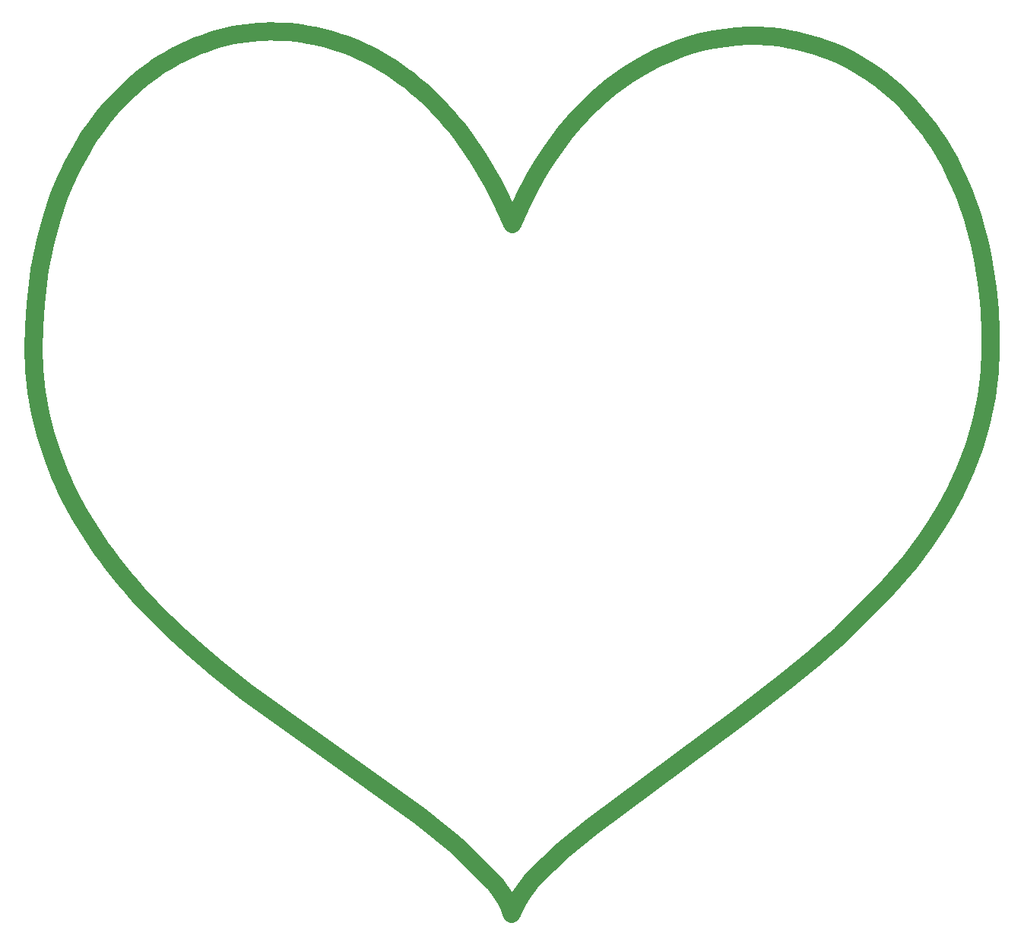
<source format=gm1>
G04*
G04 #@! TF.GenerationSoftware,Altium Limited,Altium Designer,18.1.9 (240)*
G04*
G04 Layer_Color=1930808*
%FSLAX24Y24*%
%MOIN*%
G70*
G01*
G75*
%ADD31C,0.0787*%
D31*
X23219Y46338D02*
X23479Y46436D01*
X22962Y46233D02*
X23219Y46338D01*
X22710Y46120D02*
X22962Y46233D01*
X22461Y45999D02*
X22710Y46120D01*
X22217Y45871D02*
X22461Y45999D01*
X21977Y45736D02*
X22217Y45871D01*
X21741Y45594D02*
X21977Y45736D01*
X21509Y45445D02*
X21741Y45594D01*
X21281Y45290D02*
X21509Y45445D01*
X21058Y45128D02*
X21281Y45290D01*
X20839Y44960D02*
X21058Y45128D01*
X20625Y44786D02*
X20839Y44960D01*
X20211Y44421D02*
X20625Y44786D01*
X19816Y44035D02*
X20211Y44421D01*
X19441Y43629D02*
X19816Y44035D01*
X19086Y43204D02*
X19441Y43629D01*
X18752Y42763D02*
X19086Y43204D01*
X18440Y42306D02*
X18752Y42763D01*
X18149Y41836D02*
X18440Y42306D01*
X17882Y41354D02*
X18149Y41836D01*
X17757Y41109D02*
X17882Y41354D01*
X17431Y40420D02*
X17757Y41109D01*
X17143Y39716D02*
X17431Y40420D01*
X16816Y38756D02*
X17143Y39716D01*
X16551Y37777D02*
X16816Y38756D01*
X16302Y36533D02*
X16551Y37777D01*
X16112Y35021D02*
X16302Y36533D01*
X16047Y34010D02*
X16112Y35021D01*
X16023Y33057D02*
X16047Y34010D01*
X16023Y33057D02*
X16065Y32106D01*
X16171Y31159D01*
X16340Y30221D01*
X16569Y29296D01*
X16857Y28388D01*
X17202Y27500D01*
X17296Y27282D01*
X17476Y26889D01*
X17666Y26502D01*
X17865Y26121D01*
X18074Y25746D01*
X18291Y25376D01*
X18517Y25013D01*
X18752Y24655D01*
X18994Y24302D01*
X19244Y23955D01*
X19502Y23613D01*
X19766Y23277D01*
X20037Y22945D01*
X20315Y22618D01*
X20598Y22296D01*
X21183Y21667D01*
X21788Y21056D01*
X22410Y20461D01*
X23049Y19884D01*
X24030Y19047D01*
X25369Y17980D01*
X32966Y12540D01*
X34492Y11332D01*
X36263Y9583D01*
X36655Y9019D01*
X36850Y8655D01*
X37008Y8268D01*
X37151Y8623D01*
X37393Y9067D01*
X37925Y9772D01*
X39307Y11083D01*
X40536Y12080D01*
X46880Y16813D01*
X48970Y18420D01*
X50195Y19422D01*
X50995Y20110D01*
X51389Y20462D01*
X53548Y22637D01*
X54452Y23698D01*
X55123Y24586D01*
X55591Y25277D01*
X56025Y25991D01*
X56293Y26481D01*
X56420Y26730D01*
X56896Y27742D01*
X57288Y28788D01*
X57596Y29862D01*
X57819Y30957D01*
X57957Y32067D01*
X58006Y32960D01*
Y33778D01*
X57956Y34747D02*
X58006Y33778D01*
X57861Y35716D02*
X57956Y34747D01*
X57772Y36361D02*
X57861Y35716D01*
X57660Y37002D02*
X57772Y36361D01*
X57526Y37638D02*
X57660Y37002D01*
X57367Y38268D02*
X57526Y37638D01*
X57183Y38891D02*
X57367Y38268D01*
X56974Y39504D02*
X57183Y38891D01*
X56859Y39807D02*
X56974Y39504D01*
X56738Y40107D02*
X56859Y39807D01*
X56609Y40404D02*
X56738Y40107D01*
X56474Y40698D02*
X56609Y40404D01*
X56331Y40989D02*
X56474Y40698D01*
X56181Y41276D02*
X56331Y40989D01*
X56024Y41559D02*
X56181Y41276D01*
X55859Y41838D02*
X56024Y41559D01*
X55687Y42114D02*
X55859Y41838D01*
X55507Y42385D02*
X55687Y42114D01*
X55319Y42652D02*
X55507Y42385D01*
X55008Y43065D02*
X55319Y42652D01*
X54675Y43463D02*
X55008Y43065D01*
X54323Y43843D02*
X54675Y43463D01*
X53952Y44206D02*
X54323Y43843D01*
X53563Y44549D02*
X53952Y44206D01*
X53157Y44872D02*
X53563Y44549D01*
X52735Y45173D02*
X53157Y44872D01*
X52298Y45452D02*
X52735Y45173D01*
X51847Y45707D02*
X52298Y45452D01*
X51384Y45937D02*
X51847Y45707D01*
X50908Y46140D02*
X51384Y45937D01*
X50666Y46232D02*
X50908Y46140D01*
X50422Y46317D02*
X50666Y46232D01*
X50175Y46395D02*
X50422Y46317D01*
X49925Y46465D02*
X50175Y46395D01*
X49674Y46529D02*
X49925Y46465D01*
X49420Y46584D02*
X49674Y46529D01*
X49165Y46632D02*
X49420Y46584D01*
X48910Y46675D02*
X49165Y46632D01*
X48656Y46710D02*
X48910Y46675D01*
X48400Y46738D02*
X48656Y46710D01*
X48144Y46758D02*
X48400Y46738D01*
X47888Y46771D02*
X48144Y46758D01*
X47375Y46774D02*
X47888Y46771D01*
X46862Y46749D02*
X47375Y46774D01*
X46352Y46695D02*
X46862Y46749D01*
X45845Y46615D02*
X46352Y46695D01*
X45343Y46507D02*
X45845Y46615D01*
X44847Y46373D02*
X45343Y46507D01*
X44358Y46213D02*
X44847Y46373D01*
X43879Y46029D02*
X44358Y46213D01*
X43409Y45820D02*
X43879Y46029D01*
X42951Y45588D02*
X43409Y45820D01*
X42505Y45332D02*
X42951Y45588D01*
X42074Y45054D02*
X42505Y45332D01*
X41834Y44890D02*
X42074Y45054D01*
X41599Y44720D02*
X41834Y44890D01*
X41369Y44544D02*
X41599Y44720D01*
X40923Y44176D02*
X41369Y44544D01*
X40496Y43787D02*
X40923Y44176D01*
X40089Y43379D02*
X40496Y43787D01*
X39700Y42952D02*
X40089Y43379D01*
X39329Y42509D02*
X39700Y42952D01*
X38978Y42050D02*
X39329Y42509D01*
X38644Y41577D02*
X38978Y42050D01*
X38329Y41091D02*
X38644Y41577D01*
X38032Y40594D02*
X38329Y41091D01*
X37619Y39829D02*
X38032Y40594D01*
X37246Y39046D02*
X37619Y39829D01*
X37020Y38516D02*
X37246Y39046D01*
X36763Y39112D02*
X37020Y38516D01*
X36485Y39702D02*
X36763Y39112D01*
X36187Y40283D02*
X36485Y39702D01*
X35868Y40854D02*
X36187Y40283D01*
X35527Y41413D02*
X35868Y40854D01*
X35164Y41957D02*
X35527Y41413D01*
X34779Y42485D02*
X35164Y41957D01*
X34578Y42742D02*
X34779Y42485D01*
X34372Y42994D02*
X34578Y42742D01*
X34160Y43241D02*
X34372Y42994D01*
X33942Y43483D02*
X34160Y43241D01*
X33718Y43719D02*
X33942Y43483D01*
X33488Y43949D02*
X33718Y43719D01*
X33253Y44173D02*
X33488Y43949D01*
X33011Y44390D02*
X33253Y44173D01*
X32764Y44601D02*
X33011Y44390D01*
X32510Y44805D02*
X32764Y44601D01*
X32251Y45002D02*
X32510Y44805D01*
X31985Y45191D02*
X32251Y45002D01*
X31713Y45373D02*
X31985Y45191D01*
X31435Y45547D02*
X31713Y45373D01*
X31151Y45712D02*
X31435Y45547D01*
X30912Y45847D02*
X31151Y45712D01*
X30670Y45974D02*
X30912Y45847D01*
X30423Y46094D02*
X30670Y45974D01*
X30172Y46207D02*
X30423Y46094D01*
X29919Y46312D02*
X30172Y46207D01*
X29662Y46409D02*
X29919Y46312D01*
X29403Y46499D02*
X29662Y46409D01*
X29141Y46582D02*
X29403Y46499D01*
X28877Y46656D02*
X29141Y46582D01*
X28610Y46723D02*
X28877Y46656D01*
X28342Y46782D02*
X28610Y46723D01*
X28072Y46834D02*
X28342Y46782D01*
X27801Y46877D02*
X28072Y46834D01*
X27529Y46912D02*
X27801Y46877D01*
X27255Y46939D02*
X27529Y46912D01*
X26982Y46958D02*
X27255Y46939D01*
X26708Y46969D02*
X26982Y46958D01*
X26433Y46972D02*
X26708Y46969D01*
X26159Y46966D02*
X26433Y46972D01*
X25886Y46951D02*
X26159Y46966D01*
X25613Y46929D02*
X25886Y46951D01*
X25340Y46898D02*
X25613Y46929D01*
X25069Y46858D02*
X25340Y46898D01*
X24799Y46810D02*
X25069Y46858D01*
X24531Y46752D02*
X24799Y46810D01*
X24265Y46687D02*
X24531Y46752D01*
X24000Y46612D02*
X24265Y46687D01*
X23738Y46528D02*
X24000Y46612D01*
X23479Y46436D02*
X23738Y46528D01*
M02*

</source>
